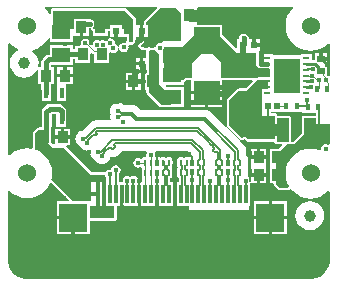
<source format=gtl>
G04*
G04 #@! TF.GenerationSoftware,Altium Limited,Altium Designer,21.6.1 (37)*
G04*
G04 Layer_Physical_Order=1*
G04 Layer_Color=255*
%FSLAX44Y44*%
%MOMM*%
G71*
G04*
G04 #@! TF.SameCoordinates,E8A9E921-0961-4E98-9D42-7A75F99DFC46*
G04*
G04*
G04 #@! TF.FilePolarity,Positive*
G04*
G01*
G75*
%ADD13C,0.2000*%
%ADD14C,0.4000*%
%ADD20R,0.6500X0.5500*%
%ADD21R,0.4500X0.5500*%
%ADD22R,0.9000X1.0000*%
%ADD23C,0.9946*%
%ADD24C,1.0125*%
%ADD25R,2.4000X2.4000*%
%ADD26R,2.4000X2.4000*%
%ADD27R,0.3000X1.6000*%
%ADD28R,1.5000X1.3000*%
%ADD29R,2.0000X2.0000*%
G04:AMPARAMS|DCode=30|XSize=0.2mm|YSize=0.565mm|CornerRadius=0.05mm|HoleSize=0mm|Usage=FLASHONLY|Rotation=180.000|XOffset=0mm|YOffset=0mm|HoleType=Round|Shape=RoundedRectangle|*
%AMROUNDEDRECTD30*
21,1,0.2000,0.4650,0,0,180.0*
21,1,0.1000,0.5650,0,0,180.0*
1,1,0.1000,-0.0500,0.2325*
1,1,0.1000,0.0500,0.2325*
1,1,0.1000,0.0500,-0.2325*
1,1,0.1000,-0.0500,-0.2325*
%
%ADD30ROUNDEDRECTD30*%
G04:AMPARAMS|DCode=31|XSize=0.4mm|YSize=0.565mm|CornerRadius=0.05mm|HoleSize=0mm|Usage=FLASHONLY|Rotation=180.000|XOffset=0mm|YOffset=0mm|HoleType=Round|Shape=RoundedRectangle|*
%AMROUNDEDRECTD31*
21,1,0.4000,0.4650,0,0,180.0*
21,1,0.3000,0.5650,0,0,180.0*
1,1,0.1000,-0.1500,0.2325*
1,1,0.1000,0.1500,0.2325*
1,1,0.1000,0.1500,-0.2325*
1,1,0.1000,-0.1500,-0.2325*
%
%ADD31ROUNDEDRECTD31*%
%ADD32R,0.3600X0.3200*%
%ADD33R,0.6200X0.6200*%
%ADD34R,0.5200X0.5200*%
%ADD35R,2.2000X2.0500*%
%ADD56C,0.1270*%
%ADD57R,0.4000X0.9000*%
%ADD58R,0.5000X0.2500*%
%ADD59R,2.2000X3.0000*%
%ADD60C,1.0000*%
%ADD61C,0.1020*%
%ADD62C,0.3000*%
%ADD63C,0.1000*%
%ADD64C,0.2540*%
%ADD65C,0.3810*%
%ADD66C,0.1040*%
%ADD67C,0.3800*%
%ADD68C,0.5000*%
%ADD69C,1.5240*%
%ADD70C,0.4000*%
%ADD71C,0.5100*%
G36*
X-30098Y105098D02*
Y97902D01*
X-31288Y96713D01*
X-39400D01*
Y100100D01*
X-49600D01*
Y96713D01*
X-63835D01*
X-64361Y97983D01*
X-63609Y98734D01*
X-63000Y100204D01*
Y101796D01*
X-63609Y103266D01*
X-64734Y104391D01*
X-66204Y105000D01*
X-67796D01*
X-68341Y104774D01*
X-71405D01*
X-71790Y104698D01*
X-80500D01*
Y96713D01*
X-98000D01*
Y112000D01*
X-37000D01*
X-30098Y105098D01*
D02*
G37*
G36*
X-10118Y115426D02*
X-9632Y114252D01*
X-20442Y103442D01*
X-20884Y102780D01*
X-21039Y102000D01*
Y100100D01*
X-21500D01*
Y95000D01*
X-24500D01*
Y100100D01*
X-27165D01*
X-27822Y100901D01*
X-28058Y102087D01*
Y105098D01*
X-28214Y105878D01*
X-28656Y106539D01*
X-35558Y113442D01*
X-36220Y113884D01*
X-37000Y114039D01*
X-98000D01*
X-98780Y113884D01*
X-99442Y113442D01*
X-99884Y112780D01*
X-100039Y112000D01*
Y109315D01*
X-101309Y108996D01*
X-102413Y111061D01*
X-104952Y114156D01*
X-104818Y114895D01*
X-104629Y115426D01*
X-10118Y115426D01*
D02*
G37*
G36*
X-72500Y90698D02*
X-67500D01*
Y97003D01*
X-66245Y97202D01*
X-65719Y95932D01*
X-65276Y95271D01*
X-64615Y94829D01*
X-64500Y94806D01*
Y90698D01*
X-51500D01*
Y94673D01*
X-49600D01*
Y89900D01*
X-46000D01*
Y95000D01*
X-43000D01*
Y89900D01*
X-35976D01*
Y87513D01*
X-36078Y87000D01*
X-35849Y85847D01*
X-35953Y85657D01*
X-36657Y84953D01*
X-36847Y84849D01*
X-38000Y85078D01*
X-39561Y84768D01*
X-40884Y83884D01*
X-41768Y82561D01*
X-42014Y81322D01*
X-43309D01*
X-43398Y81767D01*
X-44282Y83090D01*
X-45605Y83975D01*
X-45698Y83993D01*
X-45591Y84535D01*
X-45901Y86096D01*
X-46785Y87419D01*
X-48108Y88303D01*
X-49669Y88613D01*
X-51230Y88303D01*
X-52553Y87419D01*
X-53386Y86172D01*
X-54313Y86791D01*
X-55874Y87102D01*
X-57435Y86791D01*
X-58391Y86152D01*
X-59313Y86768D01*
X-60874Y87078D01*
X-62435Y86768D01*
X-63758Y85884D01*
X-64559Y84685D01*
X-65336Y84400D01*
X-65898Y84270D01*
X-66725Y84833D01*
X-66919Y85807D01*
X-67803Y87130D01*
X-69126Y88015D01*
X-70687Y88325D01*
X-72248Y88015D01*
X-73571Y87130D01*
X-74455Y85807D01*
X-74765Y84247D01*
X-74571Y83270D01*
X-75408Y82000D01*
X-79500D01*
Y79078D01*
X-81500D01*
Y83000D01*
X-100500D01*
Y74787D01*
X-101768D01*
X-103292Y74484D01*
X-104584Y73621D01*
X-106815Y71389D01*
X-107678Y70098D01*
X-107982Y68574D01*
Y64000D01*
X-109514D01*
X-109529Y64004D01*
X-110568Y65242D01*
X-110270Y67500D01*
X-110687Y70665D01*
X-111909Y73615D01*
X-113852Y76148D01*
X-115443Y77368D01*
X-115187Y78773D01*
X-111905Y79768D01*
X-108249Y81723D01*
X-105043Y84353D01*
X-102413Y87559D01*
X-101732Y88833D01*
X-100500Y88524D01*
Y85000D01*
X-81500D01*
Y90046D01*
X-80500Y90698D01*
X-75500D01*
Y97697D01*
X-72500D01*
Y90698D01*
D02*
G37*
G36*
X10000Y110000D02*
Y91000D01*
X5000Y86000D01*
X-5000D01*
X-6873Y84127D01*
X-6901Y84138D01*
X-8492D01*
X-9962Y83529D01*
X-11087Y82404D01*
X-11669Y81000D01*
X-22859D01*
X-23825Y82211D01*
X-23774Y82570D01*
X-23146Y83197D01*
X-23091Y83329D01*
X-21033Y85388D01*
X-20169Y86680D01*
X-19866Y88203D01*
Y89900D01*
X-17900D01*
Y100100D01*
X-19000D01*
Y102000D01*
X-7000Y114000D01*
X6000D01*
X10000Y110000D01*
D02*
G37*
G36*
X-22802Y88630D02*
X-23021Y87528D01*
X-22815Y86490D01*
X-24534Y84771D01*
X-24534Y84771D01*
X-24690Y84537D01*
X-25215Y84012D01*
X-25357Y83800D01*
X-25527Y83611D01*
X-25576Y83472D01*
X-25657Y83350D01*
X-25707Y83101D01*
X-25792Y82861D01*
X-25844Y82503D01*
X-25842Y82470D01*
X-25852Y82440D01*
X-25821Y82074D01*
X-25801Y81708D01*
X-25787Y81679D01*
X-25785Y81647D01*
X-25616Y81321D01*
X-25458Y80990D01*
X-25434Y80969D01*
X-25419Y80940D01*
X-24453Y79728D01*
X-24365Y79654D01*
X-24301Y79558D01*
X-24063Y79399D01*
X-23845Y79215D01*
X-23735Y79180D01*
X-23639Y79116D01*
X-23359Y79060D01*
X-23087Y78974D01*
X-22972Y78983D01*
X-22859Y78961D01*
X-21184D01*
X-20504Y78506D01*
X-18986Y78204D01*
X-18987Y78179D01*
X-19039Y77919D01*
Y72100D01*
X-21500D01*
Y67000D01*
Y61900D01*
X-19039D01*
Y59000D01*
X-20500D01*
Y45000D01*
X-19039D01*
Y43000D01*
X-18884Y42220D01*
X-18442Y41558D01*
X-18442Y41558D01*
X-7442Y30558D01*
X-6780Y30116D01*
X-6500Y30060D01*
Y30000D01*
X-6197D01*
X-6000Y29961D01*
X2000D01*
X2197Y30000D01*
X12500D01*
Y47000D01*
X1299D01*
X1102Y47039D01*
X-2071Y47039D01*
X-2722Y47840D01*
X-2219Y49000D01*
X12500D01*
Y51060D01*
X12780Y51116D01*
X13442Y51558D01*
X14845Y52961D01*
X19000D01*
Y44000D01*
X45000D01*
Y52961D01*
X58000D01*
X58000Y52961D01*
X70418D01*
X70904Y51788D01*
X65155Y46039D01*
X59000D01*
X58220Y45884D01*
X57558Y45442D01*
X49558Y37442D01*
X49116Y36780D01*
X48961Y36000D01*
Y15168D01*
X48961Y15168D01*
X49116Y14387D01*
X49136Y14357D01*
X48150Y13547D01*
X35679Y26018D01*
X34293Y27082D01*
X32679Y27750D01*
X30947Y27978D01*
X-23963D01*
X-26360Y30375D01*
X-27745Y31439D01*
X-29360Y32107D01*
X-31092Y32335D01*
X-38315D01*
X-38915Y32796D01*
X-40529Y33464D01*
X-42261Y33692D01*
X-43000D01*
X-44732Y33464D01*
X-46346Y32796D01*
X-47732Y31732D01*
X-48796Y30346D01*
X-49464Y28732D01*
X-49692Y27000D01*
X-49464Y25268D01*
X-49146Y24500D01*
X-49464Y23732D01*
X-49692Y22000D01*
X-49464Y20268D01*
X-49367Y20034D01*
X-50073Y18978D01*
X-61866D01*
X-63598Y18750D01*
X-65212Y18082D01*
X-66598Y17018D01*
X-72995Y10621D01*
X-73745Y10522D01*
X-75359Y9854D01*
X-76745Y8790D01*
X-77268Y8268D01*
X-78331Y6882D01*
X-79000Y5268D01*
X-79228Y3535D01*
X-79000Y1804D01*
X-78331Y189D01*
X-77268Y-1197D01*
X-75882Y-2260D01*
X-75114Y-2578D01*
X-74796Y-3346D01*
X-73732Y-4732D01*
X-72346Y-5796D01*
X-70732Y-6464D01*
X-69000Y-6692D01*
X-67780Y-6532D01*
X-66787Y-7313D01*
X-66637Y-7577D01*
X-66692Y-8000D01*
X-66464Y-9732D01*
X-65796Y-11346D01*
X-64732Y-12732D01*
X-63346Y-13796D01*
X-62578Y-14114D01*
X-62260Y-14882D01*
X-61197Y-16268D01*
X-59811Y-17331D01*
X-58197Y-18000D01*
X-56465Y-18228D01*
X-54732Y-18000D01*
X-53118Y-17331D01*
X-51732Y-16268D01*
X-51210Y-15745D01*
X-50146Y-14359D01*
X-49478Y-12745D01*
X-49379Y-11995D01*
X-49045Y-11661D01*
X-47709Y-11837D01*
X-45761Y-11581D01*
X-43946Y-10829D01*
X-42387Y-9632D01*
X-42392Y-9627D01*
X-41222Y-8457D01*
X-41217Y-8462D01*
X-41216Y-8462D01*
X-40020Y-6903D01*
X-39933Y-6692D01*
X-19128D01*
X-18449Y-7962D01*
X-18768Y-8439D01*
X-19078Y-10000D01*
X-18925Y-10770D01*
X-19108Y-11146D01*
X-19918Y-11951D01*
X-20500D01*
X-21475Y-12145D01*
X-22302Y-12698D01*
X-22855Y-13525D01*
X-24132Y-13437D01*
X-24439Y-13232D01*
X-26000Y-12922D01*
X-27561Y-13232D01*
X-28884Y-14116D01*
X-29768Y-15439D01*
X-30078Y-17000D01*
X-29768Y-18561D01*
X-28884Y-19884D01*
X-27561Y-20768D01*
X-26000Y-21078D01*
X-24439Y-20768D01*
X-24023Y-20490D01*
X-23566Y-20347D01*
X-22549Y-21032D01*
Y-21417D01*
X-22855Y-21875D01*
X-23049Y-22850D01*
Y-27500D01*
X-22855Y-28475D01*
X-22549Y-28933D01*
Y-33250D01*
X-25134D01*
X-25940Y-32268D01*
X-25922Y-32175D01*
X-26232Y-30614D01*
X-27116Y-29291D01*
X-28439Y-28407D01*
X-30000Y-28097D01*
X-31561Y-28407D01*
X-32500Y-29035D01*
X-33439Y-28407D01*
X-35000Y-28097D01*
X-36561Y-28407D01*
X-37884Y-29291D01*
X-38768Y-30614D01*
X-39078Y-32175D01*
X-39060Y-32268D01*
X-39865Y-33250D01*
X-41941D01*
Y-25719D01*
X-41212Y-24628D01*
X-40902Y-23067D01*
X-41212Y-21507D01*
X-42096Y-20183D01*
X-43419Y-19299D01*
X-44980Y-18989D01*
X-46541Y-19299D01*
X-47864Y-20183D01*
X-48748Y-21507D01*
X-48987Y-22706D01*
X-50000Y-22505D01*
X-51561Y-22815D01*
X-52884Y-23699D01*
X-53753Y-25000D01*
X-53798D01*
X-53995Y-24961D01*
X-65155D01*
X-86846Y-3270D01*
X-86320Y-2000D01*
X-83500D01*
Y3500D01*
X-90000D01*
X-96500D01*
Y-820D01*
X-97770Y-1346D01*
X-99500Y384D01*
Y12000D01*
X-99729D01*
Y13750D01*
X-98710D01*
Y20250D01*
X-95710D01*
Y13750D01*
X-86710D01*
Y26750D01*
X-86728D01*
Y26768D01*
X-87032Y28292D01*
X-87895Y29583D01*
X-90126Y31815D01*
X-91418Y32678D01*
X-92942Y32982D01*
X-101000D01*
X-102524Y32678D01*
X-103815Y31815D01*
X-106430Y29200D01*
X-107294Y27909D01*
X-107524Y26750D01*
X-107710D01*
Y13750D01*
X-108686Y13039D01*
X-110000D01*
X-110000Y13039D01*
X-110780Y12884D01*
X-111442Y12442D01*
X-111442Y12442D01*
X-111884Y12000D01*
X-112500D01*
Y11384D01*
X-114442Y9442D01*
X-114884Y8780D01*
X-115039Y8000D01*
X-115039Y-4060D01*
X-116309Y-4902D01*
X-120000Y-4538D01*
X-124127Y-4945D01*
X-128095Y-6148D01*
X-131751Y-8103D01*
X-134846Y-10642D01*
X-135586Y-10508D01*
X-136116Y-10319D01*
Y83939D01*
X-135586Y84128D01*
X-134846Y84262D01*
X-131751Y81723D01*
X-128095Y79768D01*
X-127861Y79697D01*
X-127799Y78429D01*
X-128615Y78091D01*
X-131148Y76148D01*
X-133091Y73615D01*
X-134313Y70665D01*
X-134730Y67500D01*
X-134313Y64335D01*
X-133091Y61385D01*
X-131148Y58852D01*
X-128615Y56909D01*
X-125665Y55687D01*
X-122500Y55270D01*
X-119335Y55687D01*
X-116385Y56909D01*
X-113852Y58852D01*
X-111909Y61385D01*
X-111770Y61720D01*
X-110500Y61468D01*
Y50000D01*
X-108078D01*
Y46000D01*
X-108078Y46000D01*
X-107788Y44542D01*
Y42250D01*
X-107710Y41856D01*
Y35750D01*
X-99710D01*
Y41856D01*
X-99632Y42250D01*
Y45710D01*
X-99632Y45710D01*
X-99710Y46104D01*
Y48750D01*
X-99710D01*
X-99662Y50000D01*
X-97500D01*
Y64000D01*
X-100019D01*
Y66000D01*
X-81500D01*
Y70922D01*
X-79500D01*
Y68000D01*
X-66500D01*
Y75340D01*
X-65327Y75826D01*
X-65134Y75634D01*
X-64301Y75077D01*
X-63500Y74918D01*
Y68000D01*
X-50500D01*
Y76096D01*
X-49230Y76775D01*
X-48726Y76439D01*
X-47166Y76128D01*
X-45605Y76439D01*
X-44282Y77323D01*
X-43398Y78646D01*
X-43151Y79884D01*
X-41856D01*
X-41768Y79439D01*
X-40884Y78116D01*
X-39561Y77232D01*
X-38000Y76922D01*
X-36439Y77232D01*
X-35116Y78116D01*
X-34232Y79439D01*
X-33922Y81000D01*
X-34151Y82153D01*
X-34047Y82343D01*
X-33343Y83047D01*
X-33153Y83151D01*
X-32000Y82922D01*
X-30439Y83232D01*
X-29116Y84116D01*
X-28232Y85439D01*
X-27922Y87000D01*
X-28024Y87513D01*
Y89900D01*
X-23580D01*
X-22802Y88630D01*
D02*
G37*
G36*
X104948Y115426D02*
X105376Y114230D01*
X105043Y113957D01*
X102413Y110751D01*
X100458Y107094D01*
X99255Y103126D01*
X98848Y99000D01*
X99255Y94874D01*
X100458Y90906D01*
X102413Y87249D01*
X105043Y84043D01*
X108249Y81413D01*
X111905Y79458D01*
X115873Y78255D01*
X120000Y77848D01*
X124127Y78255D01*
X128095Y79458D01*
X131751Y81413D01*
X134846Y83952D01*
X135586Y83818D01*
X136116Y83629D01*
X136116Y56600D01*
X134767D01*
X134288Y57317D01*
X134250Y57355D01*
Y64980D01*
X134250Y65750D01*
X134250D01*
Y66250D01*
X134250D01*
Y69500D01*
X129000D01*
Y71000D01*
X127500D01*
Y75750D01*
X123750D01*
Y70434D01*
X123628Y70334D01*
X121000D01*
Y75250D01*
X112000D01*
Y74000D01*
X88000D01*
Y75250D01*
X79000D01*
Y68500D01*
X83500D01*
Y65500D01*
X78898D01*
X78840Y65058D01*
X78747Y65039D01*
X77610D01*
X76889Y65338D01*
X76338Y65889D01*
X76039Y66610D01*
Y67747D01*
X76058Y67840D01*
Y70600D01*
X76023Y70775D01*
Y72184D01*
X76058Y72359D01*
Y75160D01*
X76039Y75253D01*
Y76000D01*
X76000Y76197D01*
Y77000D01*
X76893Y77900D01*
X77100D01*
Y81500D01*
X72000D01*
Y83000D01*
X70500D01*
Y88100D01*
X67907D01*
X67578Y88500D01*
X67268Y90061D01*
X66384Y91384D01*
X65061Y92268D01*
X63500Y92578D01*
X61939Y92268D01*
X60616Y91384D01*
X59732Y90061D01*
X59422Y88500D01*
X58206Y88100D01*
X57900D01*
Y80643D01*
X56727Y80157D01*
X45000Y91884D01*
Y99750D01*
X23548D01*
X23500Y101000D01*
X23500D01*
Y106500D01*
X17000D01*
Y109500D01*
X23500D01*
Y114156D01*
X24594Y115426D01*
X104948Y115426D01*
D02*
G37*
G36*
X58000Y76000D02*
X74000D01*
Y75204D01*
X74019Y75160D01*
Y72359D01*
X73984Y72275D01*
Y70684D01*
X74019Y70600D01*
Y67840D01*
X74000Y67796D01*
Y66204D01*
X74609Y64734D01*
X75734Y63609D01*
X77204Y63000D01*
X78796D01*
X78840Y63018D01*
X83500D01*
X84730Y63263D01*
X84774Y63269D01*
X85637Y62772D01*
X86000Y62446D01*
Y55894D01*
X84790Y55414D01*
X84730Y55420D01*
X84000Y55565D01*
X76000D01*
X75220Y55410D01*
X74607Y55000D01*
X58000D01*
Y55000D01*
X44000D01*
Y68000D01*
X37000Y75000D01*
X27000D01*
X20000Y68000D01*
Y55000D01*
X14000D01*
X12000Y53000D01*
X-4000D01*
Y78610D01*
X-3696Y79343D01*
Y80934D01*
X-3652Y81000D01*
X11000D01*
X24000Y94000D01*
X40000D01*
X58000Y76000D01*
D02*
G37*
G36*
X-14792Y78274D02*
X-13200D01*
X-12413Y78600D01*
X-11104Y77913D01*
X-11087Y77872D01*
X-9962Y76747D01*
X-9595Y76595D01*
X-8000Y75000D01*
X-8000Y50000D01*
X-3000Y45000D01*
X1102Y45000D01*
X2000Y44102D01*
Y32000D01*
X-6000D01*
X-17000Y43000D01*
Y77919D01*
X-16943Y77993D01*
X-15730Y78663D01*
X-14792Y78274D01*
D02*
G37*
G36*
X65111Y2662D02*
X65746Y2027D01*
X66059Y1558D01*
X66721Y1116D01*
X67501Y961D01*
X89469D01*
X89616Y220D01*
X90058Y-442D01*
X90720Y-884D01*
X91500Y-1039D01*
X95418D01*
X95904Y-2212D01*
X93116Y-5000D01*
X85500D01*
Y-19000D01*
X85500D01*
Y-20000D01*
X85500D01*
Y-34000D01*
X88218D01*
X88961Y-35000D01*
X89116Y-35780D01*
X89558Y-36442D01*
X89558Y-36442D01*
X92558Y-39442D01*
X93220Y-39884D01*
X94000Y-40039D01*
X101106D01*
X101351Y-39990D01*
X101601Y-39978D01*
X101738Y-39913D01*
X101886Y-39884D01*
X102094Y-39745D01*
X102320Y-39638D01*
X102740Y-39448D01*
X103540Y-39473D01*
X103912Y-39578D01*
X105043Y-40957D01*
X108249Y-43587D01*
X111905Y-45542D01*
X115873Y-46745D01*
X120000Y-47152D01*
X124127Y-46745D01*
X128095Y-45542D01*
X131751Y-43587D01*
X134846Y-41048D01*
X135585Y-41182D01*
X136116Y-41371D01*
X136116Y-99310D01*
Y-100897D01*
X135496Y-104011D01*
X134281Y-106944D01*
X132518Y-109583D01*
X130273Y-111828D01*
X127634Y-113591D01*
X124701Y-114806D01*
X121587Y-115426D01*
X120000Y-115426D01*
X-120000Y-115425D01*
X-121587D01*
X-124701Y-114806D01*
X-127634Y-113591D01*
X-130273Y-111827D01*
X-132518Y-109583D01*
X-134281Y-106943D01*
X-135496Y-104010D01*
X-136116Y-100897D01*
Y-99310D01*
Y-41061D01*
X-135586Y-40872D01*
X-134846Y-40738D01*
X-131751Y-43277D01*
X-128095Y-45232D01*
X-124127Y-46435D01*
X-120000Y-46842D01*
X-115873Y-46435D01*
X-111905Y-45232D01*
X-108249Y-43277D01*
X-105043Y-40647D01*
X-102413Y-37441D01*
X-100611Y-34069D01*
X-99263Y-33621D01*
X-84807Y-48077D01*
X-85293Y-49250D01*
X-95000D01*
Y-61750D01*
X-81000D01*
Y-63250D01*
X-79500D01*
Y-77250D01*
X-67000D01*
Y-66039D01*
X-46000D01*
X-45220Y-65884D01*
X-44558Y-65442D01*
X-44116Y-64780D01*
X-43961Y-64000D01*
Y-53310D01*
X-43912Y-53250D01*
X-41499D01*
Y-43250D01*
X-38500D01*
Y-53250D01*
X-26499D01*
Y-43250D01*
X-23500D01*
Y-53250D01*
X-11499D01*
Y-43250D01*
X-8500D01*
Y-53250D01*
X3501D01*
Y-43250D01*
Y-33250D01*
X1330D01*
Y-32398D01*
X1330Y-32398D01*
Y-29884D01*
X1475Y-29855D01*
X2302Y-29302D01*
X2855Y-28475D01*
X3049Y-27500D01*
Y-22850D01*
X2855Y-21875D01*
X2331Y-21000D01*
X2855Y-20125D01*
X3049Y-19150D01*
Y-17513D01*
X3186Y-16825D01*
Y-15650D01*
X3049Y-14962D01*
Y-14500D01*
X2855Y-13525D01*
X2302Y-12698D01*
X1475Y-12145D01*
X500Y-11951D01*
X-500D01*
X-1475Y-12145D01*
X-1520Y-12175D01*
X-2500Y-12610D01*
X-3480Y-12175D01*
X-3525Y-12145D01*
X-4500Y-11951D01*
X-5500D01*
X-6475Y-12145D01*
X-7000Y-12496D01*
X-7525Y-12145D01*
X-8500Y-11951D01*
X-10082D01*
X-11057Y-10681D01*
X-10922Y-10000D01*
X-11232Y-8439D01*
X-11551Y-7962D01*
X-10872Y-6692D01*
X16228D01*
X19587Y-10051D01*
X18822Y-11047D01*
X18520Y-11776D01*
X18500D01*
X17525Y-11970D01*
X17000Y-12321D01*
X16475Y-11970D01*
X15500Y-11776D01*
X14500D01*
X13525Y-11970D01*
X13480Y-12000D01*
X12500Y-12435D01*
X11520Y-12000D01*
X11475Y-11970D01*
X10500Y-11776D01*
X9500D01*
X8525Y-11970D01*
X7698Y-12523D01*
X7145Y-13350D01*
X6951Y-14325D01*
Y-18975D01*
X7145Y-19950D01*
X7698Y-20873D01*
X7145Y-21700D01*
X6951Y-22675D01*
Y-27325D01*
X7145Y-28300D01*
X7698Y-29127D01*
X8525Y-29680D01*
X8670Y-29709D01*
Y-33250D01*
X6499D01*
Y-43250D01*
Y-53250D01*
X17500D01*
Y-57250D01*
X67500D01*
Y-53250D01*
X68500D01*
Y-35529D01*
X68947Y-34360D01*
X69152Y-34227D01*
X69152D01*
X69500Y-34000D01*
X69675Y-34000D01*
X74500D01*
Y-28500D01*
X69500D01*
Y-31721D01*
X69275Y-32309D01*
X68369Y-32935D01*
X68066Y-32830D01*
X67500Y-32283D01*
Y-29250D01*
X67500D01*
X66970Y-27980D01*
X67056Y-27325D01*
Y-22675D01*
X66833Y-20978D01*
X66769Y-20825D01*
X66833Y-20672D01*
X67056Y-18975D01*
Y-14325D01*
X66833Y-12628D01*
X66178Y-11047D01*
X65335Y-9949D01*
Y-6410D01*
X65107Y-4678D01*
X64439Y-3064D01*
X63375Y-1678D01*
X60144Y1553D01*
X60953Y2540D01*
X60984Y2519D01*
X61764Y2364D01*
X62545Y2519D01*
X63610Y2961D01*
X64390D01*
X65111Y2662D01*
D02*
G37*
G36*
X95250Y26250D02*
X103750D01*
Y26250D01*
X104250D01*
Y26250D01*
X112750D01*
X113250Y25250D01*
X121750D01*
Y25250D01*
X122250D01*
Y25250D01*
X124313D01*
Y23039D01*
X114500D01*
X113720Y22884D01*
X113058Y22442D01*
X112616Y21780D01*
X112461Y21000D01*
Y8345D01*
X105155Y1039D01*
X103539D01*
Y21000D01*
X103384Y21780D01*
X102942Y22442D01*
X102280Y22884D01*
X101500Y23039D01*
X92031D01*
X91884Y23780D01*
X91442Y24442D01*
X90780Y24884D01*
X90000Y25039D01*
X86687D01*
Y26400D01*
X95250D01*
Y26250D01*
D02*
G37*
G36*
X84000Y45250D02*
X79000D01*
Y38750D01*
Y23000D01*
X90000D01*
Y16000D01*
X91500D01*
Y21000D01*
X101500D01*
Y1000D01*
X91500D01*
Y6000D01*
X90000D01*
Y3000D01*
X67501D01*
X67391Y3266D01*
X66266Y4391D01*
X64796Y5000D01*
X63204D01*
X61764Y4403D01*
X51000Y15168D01*
Y36000D01*
X59000Y44000D01*
X66000D01*
X75000Y53000D01*
X76000D01*
Y53526D01*
X84000D01*
Y45250D01*
D02*
G37*
G36*
X124500Y16000D02*
X136116D01*
X136116Y-799D01*
X134846Y-1435D01*
X133796Y-1000D01*
X132204D01*
X130734Y-1609D01*
X129609Y-2734D01*
X129000Y-4204D01*
Y-5502D01*
X128444Y-6089D01*
X127872Y-6391D01*
X124127Y-5255D01*
X120000Y-4848D01*
X115873Y-5255D01*
X111905Y-6458D01*
X108249Y-8413D01*
X105043Y-11043D01*
X102413Y-14249D01*
X100458Y-17905D01*
X99255Y-21874D01*
X98848Y-26000D01*
X99255Y-30127D01*
X100458Y-34095D01*
X101867Y-36730D01*
X101106Y-38000D01*
X94000D01*
X91000Y-35000D01*
X91000Y-10000D01*
X99961Y-1039D01*
X101500D01*
X101697Y-1000D01*
X106000D01*
X114500Y7500D01*
Y21000D01*
X124500D01*
Y16000D01*
D02*
G37*
G36*
X-102000Y0D02*
X-98000Y-4000D01*
X-89000D01*
X-66000Y-27000D01*
X-53995D01*
X-53768Y-28144D01*
X-53059Y-29205D01*
Y-33229D01*
X-66000D01*
X-66000Y-48598D01*
X-67000Y-49250D01*
X-80750D01*
X-99471Y-30529D01*
X-99255Y-29817D01*
X-98848Y-25690D01*
X-99255Y-21563D01*
X-100458Y-17595D01*
X-102413Y-13939D01*
X-105043Y-10733D01*
X-108249Y-8103D01*
X-111905Y-6148D01*
X-113000Y-5816D01*
X-113000Y8000D01*
X-110000Y11000D01*
X-102000D01*
Y0D01*
D02*
G37*
G36*
X-46000Y-64000D02*
X-67000D01*
Y-53310D01*
X-46000D01*
Y-64000D01*
D02*
G37*
%LPC*%
G36*
X-24500Y72100D02*
X-28100D01*
Y68500D01*
X-24500D01*
Y72100D01*
D02*
G37*
G36*
Y65500D02*
X-28100D01*
Y61900D01*
X-24500D01*
Y65500D01*
D02*
G37*
G36*
X-81500Y64000D02*
X-86500D01*
Y58500D01*
X-81500D01*
Y64000D01*
D02*
G37*
G36*
X-89500D02*
X-94500D01*
Y58500D01*
X-89500D01*
Y64000D01*
D02*
G37*
G36*
X-23500Y59000D02*
X-28500D01*
Y53500D01*
X-23500D01*
Y59000D01*
D02*
G37*
G36*
X-31500D02*
X-36500D01*
Y53500D01*
X-31500D01*
Y59000D01*
D02*
G37*
G36*
X-23500Y50500D02*
X-28500D01*
Y45000D01*
X-23500D01*
Y50500D01*
D02*
G37*
G36*
X-31500D02*
X-36500D01*
Y45000D01*
X-31500D01*
Y50500D01*
D02*
G37*
G36*
X-81500Y55500D02*
X-88000D01*
X-94500D01*
Y50020D01*
X-94500Y50000D01*
X-94548Y48750D01*
X-94710D01*
Y35750D01*
X-86710D01*
Y48730D01*
X-86710Y48750D01*
X-86662Y50000D01*
X-81500D01*
Y55500D01*
D02*
G37*
G36*
X45000Y41000D02*
X33500D01*
Y30250D01*
X45000D01*
Y41000D01*
D02*
G37*
G36*
X30500D02*
X19000D01*
Y30250D01*
X30500D01*
Y41000D01*
D02*
G37*
G36*
X-83500Y12000D02*
X-88500D01*
Y6500D01*
X-83500D01*
Y12000D01*
D02*
G37*
G36*
X-91500D02*
X-96500D01*
Y6500D01*
X-91500D01*
Y12000D01*
D02*
G37*
G36*
X77100Y88100D02*
X73500D01*
Y84500D01*
X77100D01*
Y88100D01*
D02*
G37*
G36*
X134250Y75750D02*
X130500D01*
Y72500D01*
X134250D01*
Y75750D01*
D02*
G37*
G36*
X82500Y-5000D02*
X77500D01*
Y-10500D01*
X82500D01*
Y-5000D01*
D02*
G37*
G36*
X74500D02*
X69500D01*
Y-10500D01*
X74500D01*
Y-5000D01*
D02*
G37*
G36*
X82500Y-13500D02*
X76000D01*
X69500D01*
Y-18730D01*
X69500Y-19000D01*
Y-20000D01*
X69500Y-20270D01*
Y-25500D01*
X76000D01*
X82500D01*
Y-20270D01*
X82500Y-20000D01*
Y-19000D01*
X82500Y-18730D01*
Y-13500D01*
D02*
G37*
G36*
Y-28500D02*
X77500D01*
Y-34000D01*
X82500D01*
Y-28500D01*
D02*
G37*
G36*
X100000Y-49250D02*
X87500D01*
Y-61750D01*
X100000D01*
Y-49250D01*
D02*
G37*
G36*
X84500D02*
X72000D01*
Y-61750D01*
X84500D01*
Y-49250D01*
D02*
G37*
G36*
X119400Y-49370D02*
X116235Y-49787D01*
X113285Y-51009D01*
X110752Y-52952D01*
X108809Y-55485D01*
X107587Y-58435D01*
X107170Y-61600D01*
X107587Y-64765D01*
X108809Y-67715D01*
X110752Y-70248D01*
X113285Y-72191D01*
X116235Y-73413D01*
X119400Y-73830D01*
X122565Y-73413D01*
X125515Y-72191D01*
X128048Y-70248D01*
X129991Y-67715D01*
X131213Y-64765D01*
X131630Y-61600D01*
X131213Y-58435D01*
X129991Y-55485D01*
X128048Y-52952D01*
X125515Y-51009D01*
X122565Y-49787D01*
X119400Y-49370D01*
D02*
G37*
G36*
X100000Y-64750D02*
X87500D01*
Y-77250D01*
X100000D01*
Y-64750D01*
D02*
G37*
G36*
X84500D02*
X72000D01*
Y-77250D01*
X84500D01*
Y-64750D01*
D02*
G37*
G36*
X-82500Y-64750D02*
X-95000D01*
Y-77250D01*
X-82500D01*
Y-64750D01*
D02*
G37*
%LPD*%
D13*
X50000Y-16650D02*
Y-11000D01*
X19649Y-16299D02*
X20000Y-16650D01*
X17160Y-9737D02*
X19649Y-12226D01*
Y-16299D02*
Y-12226D01*
X50000Y-43250D02*
Y-31825D01*
X50000Y-43250D02*
X50000Y-43250D01*
X20000Y-43250D02*
Y-31825D01*
X-10000Y-43250D02*
Y-32000D01*
Y-43250D02*
X-10000Y-43250D01*
X-60000Y-43906D02*
Y-43250D01*
X-50000D02*
Y-26583D01*
X-50000Y-26583D02*
X-50000Y-26583D01*
X-45000Y-23087D02*
X-44980Y-23067D01*
X-45000Y-43250D02*
Y-23087D01*
X-40000Y-54000D02*
Y-43250D01*
X-40000Y-54000D02*
X-40000Y-54000D01*
Y-43250D02*
X-40000Y-43250D01*
X-35000D02*
Y-32175D01*
X-30000Y-43250D02*
Y-32175D01*
X-25000Y-43250D02*
Y-32175D01*
X65000Y-43250D02*
Y-32175D01*
X35000Y-43250D02*
Y-32175D01*
X5000Y-43250D02*
Y-32175D01*
X50000Y-31825D02*
Y-25000D01*
X20000Y-31825D02*
Y-25000D01*
X-10000Y-32000D02*
Y-25175D01*
Y-16825D02*
Y-10000D01*
D14*
X-104000Y46000D02*
X-103710Y45710D01*
Y42250D02*
Y45710D01*
X-104000Y46000D02*
Y57000D01*
X-91000Y74500D02*
X-90500Y75000D01*
X-73000D01*
D20*
X129000Y61000D02*
D03*
Y71000D02*
D03*
D21*
X125322Y45533D02*
D03*
X134322D02*
D03*
X99500Y31000D02*
D03*
X108500D02*
D03*
X126500Y30000D02*
D03*
X117500D02*
D03*
D22*
X-57000Y75000D02*
D03*
X-73000D02*
D03*
X-88000Y57000D02*
D03*
X-104000D02*
D03*
X-90000Y5000D02*
D03*
X-106000D02*
D03*
X76000Y-27000D02*
D03*
X92000D02*
D03*
X-30000Y52000D02*
D03*
X-14000D02*
D03*
X76000Y-12000D02*
D03*
X92000D02*
D03*
X17000Y108000D02*
D03*
X1000D02*
D03*
X-74000Y97698D02*
D03*
X-58000D02*
D03*
D23*
X121125Y11625D02*
D03*
D24*
X95875Y10375D02*
D03*
D25*
X86000Y-63250D02*
D03*
D26*
X-81000D02*
D03*
D27*
X65000Y-43250D02*
D03*
X60000D02*
D03*
X55000D02*
D03*
X50000D02*
D03*
X45000D02*
D03*
X40000D02*
D03*
X35000D02*
D03*
X30000D02*
D03*
X25000D02*
D03*
X20000D02*
D03*
X15000D02*
D03*
X10000D02*
D03*
X5000D02*
D03*
X0D02*
D03*
X-5000D02*
D03*
X-10000D02*
D03*
X-15000D02*
D03*
X-20000D02*
D03*
X-25000D02*
D03*
X-30000D02*
D03*
X-35000D02*
D03*
X-40000D02*
D03*
X-45000D02*
D03*
X-50000D02*
D03*
X-55000D02*
D03*
X-60000D02*
D03*
D28*
X-91000Y74500D02*
D03*
Y93500D02*
D03*
X3000Y57500D02*
D03*
Y38500D02*
D03*
Y73500D02*
D03*
Y92500D02*
D03*
D29*
X64000Y25000D02*
D03*
Y65000D02*
D03*
D30*
X0Y-25175D02*
D03*
X-5000D02*
D03*
X-15000D02*
D03*
X-20000D02*
D03*
Y-16825D02*
D03*
X-15000D02*
D03*
X-5000D02*
D03*
X0D02*
D03*
X30000Y-25000D02*
D03*
X25000D02*
D03*
X15000D02*
D03*
X10000D02*
D03*
Y-16650D02*
D03*
X15000D02*
D03*
X25000D02*
D03*
X30000D02*
D03*
X60000Y-25000D02*
D03*
X55000D02*
D03*
X45000D02*
D03*
X40000D02*
D03*
Y-16650D02*
D03*
X45000D02*
D03*
X55000D02*
D03*
X60000D02*
D03*
D31*
X-10000Y-25175D02*
D03*
Y-16825D02*
D03*
X20000Y-25000D02*
D03*
Y-16650D02*
D03*
X50000Y-25000D02*
D03*
Y-16650D02*
D03*
D32*
X127200Y53000D02*
D03*
X132800D02*
D03*
D33*
X-23000Y67000D02*
D03*
X-14000D02*
D03*
X-23000Y95000D02*
D03*
X-14000D02*
D03*
X-44500Y95000D02*
D03*
X-35500D02*
D03*
X72000Y83000D02*
D03*
X63000D02*
D03*
D34*
X84000Y31000D02*
D03*
X92000D02*
D03*
D35*
X32000Y42500D02*
D03*
Y87500D02*
D03*
D56*
X-45442Y0D02*
X-46340Y-2168D01*
X-45954Y-3725D02*
X-45954Y-2555D01*
X-48294Y-4895D02*
X-47124D01*
X-49121Y-4069D02*
X-50917D01*
X127000Y14000D02*
Y30000D01*
X84000Y19000D02*
X84000Y19000D01*
X84000Y19000D02*
Y31000D01*
X-45442Y0D02*
X-43854D01*
X-46340Y-2168D02*
X-45954Y-2555D01*
X-47124Y-4895D02*
X-45954Y-3725D01*
X-49121Y-4069D02*
X-48294Y-4895D01*
X-49121Y-4069D02*
X-49121Y-4069D01*
X-53706Y-6858D02*
X-50917Y-4069D01*
X-43854Y0D02*
X19000D01*
X-55942Y-9094D02*
X-53706Y-6858D01*
X32000Y2000D02*
X35706Y-1706D01*
X41357Y-10037D02*
Y-8465D01*
X40613Y-7721D02*
X41357Y-8465D01*
X39561Y-7721D02*
X40613D01*
X39542Y-7740D02*
X39561Y-7721D01*
X38750Y-7740D02*
X39542D01*
X37562Y-6552D02*
X38750Y-7740D01*
X37562Y-6552D02*
Y-5760D01*
X38135Y-5187D01*
Y-4135D01*
X36155Y-2155D02*
X38135Y-4135D01*
X35706Y-1706D02*
X36155Y-2155D01*
X41357Y-13716D02*
Y-10037D01*
X24000Y10000D02*
X32000Y2000D01*
Y2000D02*
Y2000D01*
X-60919Y10000D02*
X-60553D01*
X-61273Y9646D02*
X-60919Y10000D01*
X-61273Y8594D02*
Y9646D01*
Y8594D02*
X-60934Y8255D01*
Y7265D02*
Y8255D01*
X-61924Y6275D02*
X-60934Y7265D01*
X-62914Y6275D02*
X-61924D01*
X-63253Y6614D02*
X-62914Y6275D01*
X-64305Y6614D02*
X-63253D01*
X-66734Y4185D02*
X-64305Y6614D01*
X-60553Y10000D02*
X24000D01*
X-68478Y2441D02*
X-66734Y4185D01*
X56357Y-13716D02*
Y-7357D01*
X55613Y-18840D02*
X56357Y-19584D01*
X55613Y-14460D02*
X56357Y-13716D01*
Y-22066D02*
Y-19584D01*
X55613Y-22810D02*
X56357Y-22066D01*
X55365Y-22810D02*
X55613D01*
X55365Y-14460D02*
X55613D01*
X55000Y-16650D02*
Y-14825D01*
X55365Y-14460D01*
X55000Y-18475D02*
X55365Y-18840D01*
X55613D01*
X55000Y-18475D02*
Y-16650D01*
X55613Y-27190D02*
X56357Y-27934D01*
Y-31848D02*
Y-27934D01*
X55365Y-27190D02*
X55613D01*
X56357Y-31848D02*
X56357Y-31848D01*
X56357Y-35393D02*
Y-31848D01*
X55000Y-36750D02*
X56357Y-35393D01*
X55000Y-25000D02*
Y-23175D01*
Y-26825D02*
Y-25000D01*
Y-23175D02*
X55365Y-22810D01*
X55000Y-26825D02*
X55365Y-27190D01*
X55000Y-43250D02*
Y-36750D01*
X-40904Y23357D02*
X-32039D01*
X-27682Y19000D02*
X30000D01*
X56357Y-7357D01*
X-32039Y23357D02*
X-27682Y19000D01*
X-42261Y22000D02*
X-40904Y23357D01*
X-43000Y22000D02*
X-42261D01*
X59635Y-14460D02*
X60000Y-14825D01*
Y-16650D02*
Y-14825D01*
Y-18475D02*
Y-16650D01*
X59635Y-18840D02*
X60000Y-18475D01*
X59387Y-18840D02*
X59635D01*
X58643Y-13716D02*
X59387Y-14460D01*
X59635D01*
X58643Y-13716D02*
Y-6410D01*
Y-22066D02*
Y-19584D01*
Y-22066D02*
X59387Y-22810D01*
X58643Y-19584D02*
X59387Y-18840D01*
X59635Y-22810D02*
X60000Y-23175D01*
Y-25000D02*
Y-23175D01*
Y-26825D02*
Y-25000D01*
X60000Y-43250D02*
Y-36750D01*
X59635Y-27190D02*
X60000Y-26825D01*
X59387Y-22810D02*
X59635D01*
X59387Y-27190D02*
X59635D01*
X58643Y-27934D02*
X59387Y-27190D01*
X58643Y-32795D02*
Y-27934D01*
X58643Y-35393D02*
X60000Y-36750D01*
X58643Y-32795D02*
X58643Y-32795D01*
X-43000Y27000D02*
X-42261D01*
X-31092Y25643D02*
X-26735Y21286D01*
X30947D01*
X-40904Y25643D02*
X-31092D01*
X58643Y-35393D02*
Y-32795D01*
X30947Y21286D02*
X58643Y-6410D01*
X-42261Y27000D02*
X-40904Y25643D01*
X121618Y62157D02*
X121775Y62314D01*
X116657Y62157D02*
X121618D01*
X116500Y62000D02*
X116657Y62157D01*
X127000Y12000D02*
Y14000D01*
X117000Y30000D02*
X117000Y30000D01*
X116000Y31000D02*
X117000Y30000D01*
Y36000D01*
X64000Y28000D02*
X70000Y34000D01*
X127000Y14000D02*
X127000Y14000D01*
X108500Y31000D02*
X116000D01*
X40613Y-18840D02*
X41357Y-19584D01*
X40613Y-14460D02*
X41357Y-13716D01*
Y-22066D02*
Y-19584D01*
X40365Y-22810D02*
X40613D01*
X40365Y-14460D02*
X40613D01*
X40000Y-16650D02*
Y-14825D01*
X40365Y-14460D01*
Y-18840D02*
X40613D01*
X40000Y-18475D02*
X40365Y-18840D01*
X40613Y-27190D02*
X41357Y-27934D01*
Y-31848D02*
Y-27934D01*
X40613Y-22810D02*
X41357Y-22066D01*
X41357Y-35393D02*
Y-31848D01*
X41357Y-31848D01*
X40000Y-26825D02*
Y-25000D01*
Y-23175D01*
X40365Y-27190D02*
X40613D01*
X40000Y-26825D02*
X40365Y-27190D01*
X-68478Y522D02*
Y2441D01*
X-69000Y0D02*
X-68478Y522D01*
X40000Y-36750D02*
X41357Y-35393D01*
X40000Y-18475D02*
Y-16650D01*
Y-23175D02*
X40365Y-22810D01*
X40000Y-43250D02*
Y-36750D01*
X44635Y-14460D02*
X45000Y-14825D01*
Y-16650D02*
Y-14825D01*
Y-18475D02*
Y-16650D01*
X44635Y-18840D02*
X45000Y-18475D01*
X44387Y-18840D02*
X44635D01*
X44387Y-14460D02*
X44635D01*
X43643Y-22066D02*
X44387Y-22810D01*
X43643Y-22066D02*
Y-19584D01*
X44635Y-22810D02*
X45000Y-23175D01*
Y-25000D02*
Y-23175D01*
Y-26825D02*
Y-25000D01*
X44635Y-27190D02*
X45000Y-26825D01*
X44387Y-27190D02*
X44635D01*
X44387Y-22810D02*
X44635D01*
X45000Y-43250D02*
Y-36750D01*
X43643Y-32795D02*
Y-27934D01*
X-70094Y4058D02*
X-61866Y12286D01*
X24947D02*
X43643Y-6410D01*
X-61866Y12286D02*
X24947D01*
X-72013Y4058D02*
X-70094D01*
X-72536Y3535D02*
X-72013Y4058D01*
X43643Y-27934D02*
X44387Y-27190D01*
X43643Y-19584D02*
X44387Y-18840D01*
X43643Y-35393D02*
X45000Y-36750D01*
X43643Y-13716D02*
X44387Y-14460D01*
X43643Y-13716D02*
Y-6410D01*
X43643Y-35393D02*
Y-32795D01*
X43643Y-32795D01*
X-47795Y2286D02*
X19947D01*
X29635Y-14460D02*
X30000Y-14825D01*
Y-16650D02*
Y-14825D01*
Y-18475D02*
Y-16650D01*
X29635Y-18840D02*
X30000Y-18475D01*
X29387Y-14460D02*
X29635D01*
X29387Y-18840D02*
X29635D01*
X28643Y-13716D02*
X29387Y-14460D01*
X28643Y-22066D02*
X29387Y-22810D01*
X28643Y-22066D02*
Y-19584D01*
X29635Y-22810D02*
X30000Y-23175D01*
Y-25000D02*
Y-23175D01*
Y-26825D02*
Y-25000D01*
X29635Y-27190D02*
X30000Y-26825D01*
X29387Y-22810D02*
X29635D01*
X29387Y-27190D02*
X29635D01*
X28643Y-27934D02*
X29387Y-27190D01*
X30000Y-43250D02*
Y-36750D01*
X28643Y-32795D02*
Y-27934D01*
X19947Y2286D02*
X28643Y-6410D01*
Y-13716D02*
Y-6410D01*
Y-19584D02*
X29387Y-18840D01*
X28643Y-32795D02*
X28643Y-32795D01*
X28643Y-35393D02*
X30000Y-36750D01*
X28643Y-35393D02*
Y-32795D01*
X26357Y-13716D02*
Y-7357D01*
X25613Y-18840D02*
X26357Y-19584D01*
X25613Y-14460D02*
X26357Y-13716D01*
Y-22066D02*
Y-19584D01*
X25365Y-22810D02*
X25613D01*
X25365Y-14460D02*
X25613D01*
X25000Y-18475D02*
Y-16650D01*
Y-14825D02*
X25365Y-14460D01*
Y-18840D02*
X25613D01*
X25000Y-18475D02*
X25365Y-18840D01*
X25613Y-27190D02*
X26357Y-27934D01*
Y-31848D02*
Y-27934D01*
X25613Y-22810D02*
X26357Y-22066D01*
X26357Y-35393D02*
Y-31848D01*
X26357Y-31848D01*
X25000Y-25000D02*
Y-23175D01*
Y-26825D02*
Y-25000D01*
Y-23175D02*
X25365Y-22810D01*
Y-27190D02*
X25613D01*
X25000Y-26825D02*
X25365Y-27190D01*
X19000Y0D02*
X26357Y-7357D01*
X25000Y-16650D02*
Y-14825D01*
X25000Y-36750D02*
X26357Y-35393D01*
X25000Y-43250D02*
Y-36750D01*
X-55942Y-11013D02*
Y-9094D01*
X-56465Y-11536D02*
X-55942Y-11013D01*
X-59478Y-7478D02*
X-57559D01*
X-47795Y2286D01*
X-60000Y-8000D02*
X-59478Y-7478D01*
X14635Y-22810D02*
X15000Y-23175D01*
X14635Y-18840D02*
X15000Y-18475D01*
Y-25000D02*
Y-23175D01*
Y-18475D02*
Y-16650D01*
X14387Y-22810D02*
X14635D01*
X15000Y-26825D02*
Y-25000D01*
X14635Y-27190D02*
X15000Y-26825D01*
Y-43250D02*
Y-36750D01*
X14387Y-27190D02*
X14635D01*
X14387Y-18840D02*
X14635D01*
X13643Y-22066D02*
X14387Y-22810D01*
X13643Y-19584D02*
X14387Y-18840D01*
X13643Y-22066D02*
Y-19584D01*
Y-35393D02*
X15000Y-36750D01*
X13643Y-27934D02*
X14387Y-27190D01*
X13643Y-35393D02*
Y-27934D01*
X11357Y-22066D02*
Y-19584D01*
X10613Y-18840D02*
X11357Y-19584D01*
X10613Y-22810D02*
X11357Y-22066D01*
X10365Y-18840D02*
X10613D01*
X10365Y-22810D02*
X10613D01*
Y-27190D02*
X11357Y-27934D01*
X10365Y-27190D02*
X10613D01*
X11357Y-35393D02*
Y-27934D01*
X10000Y-43250D02*
Y-36750D01*
X10000Y-18475D02*
X10365Y-18840D01*
X10000Y-23175D02*
X10365Y-22810D01*
X10000Y-18475D02*
Y-16650D01*
Y-25000D02*
Y-23175D01*
X10000Y-36750D02*
X11357Y-35393D01*
X10000Y-26825D02*
Y-25000D01*
Y-26825D02*
X10365Y-27190D01*
X499Y-16825D02*
Y-15650D01*
X-365Y-19015D02*
X0Y-18650D01*
X-365Y-22985D02*
X0Y-23350D01*
Y-18650D02*
Y-16825D01*
X-613Y-19015D02*
X-365D01*
X-613Y-22985D02*
X-365D01*
X0Y-27000D02*
Y-25175D01*
X-365Y-27365D02*
X0Y-27000D01*
X0Y-43250D02*
Y-36750D01*
X0Y-25175D02*
Y-23350D01*
X-613Y-27365D02*
X-365D01*
X-1357Y-28109D02*
X-613Y-27365D01*
X-1357Y-22241D02*
Y-19759D01*
X-613Y-19015D01*
X-1357Y-22241D02*
X-613Y-22985D01*
X-1357Y-35393D02*
Y-32398D01*
Y-35393D02*
X0Y-36750D01*
X-1357Y-32398D02*
Y-28109D01*
Y-32398D02*
X-1357Y-32398D01*
X-3643Y-22241D02*
Y-19759D01*
X-4387Y-19015D02*
X-3643Y-19759D01*
X-4387Y-22985D02*
X-3643Y-22241D01*
X-4501Y-16825D02*
Y-15650D01*
X-4635Y-19015D02*
X-4387D01*
X-4635Y-22985D02*
X-4387D01*
X-3643Y-33345D02*
X-3643Y-33345D01*
X-3643Y-33345D02*
Y-28109D01*
X-3643Y-35393D02*
Y-33345D01*
X-4635Y-27365D02*
X-4387D01*
X-3643Y-28109D01*
X-5000Y-18650D02*
X-4635Y-19015D01*
X-5000Y-23350D02*
X-4635Y-22985D01*
X-5000Y-25175D02*
Y-23350D01*
Y-18650D02*
Y-16825D01*
Y-27000D02*
Y-25175D01*
X-5000Y-36750D02*
X-3643Y-35393D01*
X-5000Y-27000D02*
X-4635Y-27365D01*
X-5000Y-43250D02*
Y-36750D01*
D57*
X-97210Y20250D02*
D03*
X-103710D02*
D03*
Y42250D02*
D03*
X-90710Y20250D02*
D03*
Y42250D02*
D03*
D58*
X116500Y72000D02*
D03*
Y67000D02*
D03*
Y62000D02*
D03*
Y57000D02*
D03*
Y52000D02*
D03*
Y47000D02*
D03*
Y42000D02*
D03*
X83500Y72000D02*
D03*
Y67000D02*
D03*
Y62000D02*
D03*
Y57000D02*
D03*
Y52000D02*
D03*
Y47000D02*
D03*
Y42000D02*
D03*
D59*
X100000Y57000D02*
D03*
D60*
X119400Y-61600D02*
D03*
X-122500Y67500D02*
D03*
D61*
X63750Y1250D02*
X64000Y1000D01*
X41410Y21139D02*
X61298Y1250D01*
X41410Y21139D02*
Y24279D01*
X61298Y1250D02*
X63750D01*
D62*
X-60000Y-43250D02*
X-60000D01*
X-72250D02*
X-60000D01*
X-55000Y-55500D02*
Y-43250D01*
X-60000Y-55500D02*
Y-43250D01*
Y-31000D01*
X-55000Y-43250D02*
Y-31000D01*
D63*
X121636Y57000D02*
X121636Y57000D01*
X116500Y57000D02*
X116500Y57000D01*
X121636D01*
X63500Y88500D02*
X64000Y89000D01*
X128750Y60664D02*
X130664Y58750D01*
X124728Y54272D02*
X124900Y54100D01*
X124728Y54272D02*
X124728D01*
X122000Y57000D02*
X124728Y54272D01*
X124900Y54100D02*
X126100D01*
X127200Y53000D01*
X126500Y46000D02*
X127200Y46700D01*
Y53000D01*
X134100Y51700D02*
X134750Y51050D01*
X133000Y53000D02*
X134100Y51900D01*
X134750Y46250D02*
X135000Y46000D01*
X134750Y46250D02*
Y51050D01*
X134100Y51700D02*
Y51900D01*
X132800Y53000D02*
X133000D01*
X130664Y57336D02*
Y58750D01*
Y57336D02*
X132486Y55514D01*
Y53314D02*
Y55514D01*
Y53314D02*
X132800Y53000D01*
X91900Y31000D02*
X99500D01*
X-20000Y-25175D02*
Y-16825D01*
X-25825D02*
X-20000D01*
X-26000Y-17000D02*
X-25825Y-16825D01*
X-20000Y-43250D02*
Y-25175D01*
Y-43250D02*
X-20000Y-43250D01*
D64*
X116500Y52000D02*
X116509Y51991D01*
X121627D01*
X121636Y52000D01*
X123628Y67000D02*
X127020Y63608D01*
Y62480D02*
X128500Y61000D01*
X127020Y62480D02*
Y63608D01*
X116500Y67000D02*
X123628D01*
X128500Y61000D02*
X129000D01*
X116500Y47000D02*
X120000D01*
X120000Y47000D01*
X-35500Y95000D02*
X-32000Y98500D01*
X-36721Y96221D02*
X-35500Y95000D01*
X-37000Y101000D02*
X-36721Y100721D01*
Y96221D02*
Y100721D01*
X129000Y71000D02*
X129500D01*
X130980Y69020D02*
Y69520D01*
X133678Y66322D02*
X133793D01*
X129500Y71000D02*
X130980Y69520D01*
Y69020D02*
X133678Y66322D01*
X-55000Y-43250D02*
X-55000D01*
X-97000Y5000D02*
X-90000D01*
X-97105Y13105D02*
Y20145D01*
Y13105D02*
X-97000Y13000D01*
X-97210Y20250D02*
X-97105Y20145D01*
D65*
X-67051Y101000D02*
X-67000D01*
X-71733Y99965D02*
Y100464D01*
X-71405Y100793D01*
X-67259D02*
X-67051Y101000D01*
X-71405Y100793D02*
X-67259D01*
X-74000Y97698D02*
X-71733Y99965D01*
X-30000Y52000D02*
X-22000D01*
X-30000Y52000D02*
X-30000Y52000D01*
X26000Y38095D02*
Y40000D01*
X17000Y35000D02*
X22905D01*
X26000Y38095D01*
X-104000Y68574D02*
X-101768Y70806D01*
X-94694D01*
X-91000Y74500D01*
X-104000Y57000D02*
Y68574D01*
X-26537Y85463D02*
Y85514D01*
X-23848Y88203D01*
Y94152D02*
X-23000Y95000D01*
X-23848Y88203D02*
Y94152D01*
X-42656Y87657D02*
X-42619Y87621D01*
X-44534Y89012D02*
X-43179Y87657D01*
X-42656D01*
X63464Y83464D02*
Y88464D01*
X63000Y83000D02*
X63464Y83464D01*
Y88464D02*
X63500Y88500D01*
X-103615Y26385D02*
X-101000Y29000D01*
X-103710Y20250D02*
X-103615Y20345D01*
Y26385D01*
X-90710Y20250D02*
Y26768D01*
X-92942Y29000D02*
X-90710Y26768D01*
X-101000Y29000D02*
X-92942D01*
X-106000Y5000D02*
X-103710Y7290D01*
Y20250D01*
X18000Y105000D02*
X26000D01*
X18000Y105000D02*
X18000Y105000D01*
Y111000D02*
X26000D01*
X18000Y111000D02*
X18000Y111000D01*
X77984Y71480D02*
X78000Y71496D01*
Y76000D01*
Y67000D02*
Y71463D01*
Y67000D02*
X78000Y67000D01*
X77984Y71480D02*
X78000Y71463D01*
Y76000D02*
X78000Y76000D01*
X78000Y67000D02*
X83500D01*
X83500Y67000D01*
X40000Y48095D02*
X41095Y47000D01*
X46000D01*
X40000Y48095D02*
Y50000D01*
Y42095D02*
Y44000D01*
X41095Y41000D02*
X46000D01*
X40000Y42095D02*
X41095Y41000D01*
X40000Y36095D02*
Y37000D01*
X41095Y35000D02*
X46000D01*
X40000Y36095D02*
X41095Y35000D01*
X-23000Y67000D02*
X-21805Y65805D01*
Y61856D02*
X-21000Y61051D01*
X-21805Y61856D02*
Y65805D01*
X-21000Y61000D02*
Y61051D01*
X-30000Y52000D02*
X-28905Y53095D01*
Y59044D02*
X-27000Y60949D01*
Y61000D01*
X-28905Y53095D02*
Y59044D01*
D66*
X-70114Y84247D02*
X-63318Y77451D01*
X-70687Y84247D02*
X-70114D01*
X-63318Y77451D02*
X-59451D01*
X-57000Y75000D01*
X-15000Y-43250D02*
Y-16825D01*
X-15000Y-16825D02*
Y-10000D01*
Y-16825D02*
X-15000Y-16825D01*
D67*
X-32000Y87000D02*
Y98500D01*
Y100660D01*
X-31939Y100862D02*
X-31901Y100901D01*
X-31939Y100721D02*
Y100862D01*
X-32000Y100660D02*
X-31939Y100721D01*
D68*
X63000Y65000D02*
Y83000D01*
Y65000D02*
X64000D01*
D69*
X120000Y-25690D02*
D03*
X-120000D02*
D03*
X120000Y99310D02*
D03*
X-120000D02*
D03*
D70*
X97000Y-20000D02*
D03*
X109451Y9200D02*
D03*
Y-110800D02*
D03*
X-40549Y-10800D02*
D03*
X-100549Y-50800D02*
D03*
X-110549Y-70800D02*
D03*
X-100549Y-90800D02*
D03*
X-130549Y49201D02*
D03*
X-120549Y29200D02*
D03*
X-130549Y9200D02*
D03*
X-120549Y-50800D02*
D03*
X-130549Y-70800D02*
D03*
X-120549Y-90800D02*
D03*
X98491Y112630D02*
D03*
X134000Y-46000D02*
D03*
X133000Y-5000D02*
D03*
X117000Y-3000D02*
D03*
X111000Y-4000D02*
D03*
X105000Y-5000D02*
D03*
X121636Y52000D02*
D03*
Y57000D02*
D03*
X50000Y-11000D02*
D03*
X17160Y-9737D02*
D03*
X-109055Y76225D02*
D03*
X-97000Y-63000D02*
D03*
X-81000Y-79000D02*
D03*
X-89000Y-47000D02*
D03*
X71000Y-40000D02*
D03*
X69000Y-60000D02*
D03*
Y-24000D02*
D03*
Y-9000D02*
D03*
X64000Y1000D02*
D03*
X41410Y24279D02*
D03*
X-13000Y31000D02*
D03*
X-7696Y80138D02*
D03*
X-67000Y101000D02*
D03*
X-70687Y84247D02*
D03*
X-65721Y84833D02*
D03*
X-88000Y84000D02*
D03*
X-78000Y57000D02*
D03*
Y29000D02*
D03*
X-79000Y-4000D02*
D03*
X-74000Y12000D02*
D03*
X-48166Y-13676D02*
D03*
X-67536Y-8015D02*
D03*
X-39000Y18000D02*
D03*
X-44000Y35000D02*
D03*
X120000Y47000D02*
D03*
X-53505Y87742D02*
D03*
X-49669Y84535D02*
D03*
X-47166Y80207D02*
D03*
X-43000Y22000D02*
D03*
Y27000D02*
D03*
X-22000Y52000D02*
D03*
X-21370Y74377D02*
D03*
X-29247Y74753D02*
D03*
X17000Y35000D02*
D03*
X-37458Y87739D02*
D03*
X-26537Y85463D02*
D03*
X-13996Y82274D02*
D03*
X-18943Y87528D02*
D03*
X-13996D02*
D03*
X-18943Y82274D02*
D03*
X-31901Y100901D02*
D03*
X-42619Y87621D02*
D03*
X-32000Y87000D02*
D03*
X-38000Y81000D02*
D03*
X121775Y62314D02*
D03*
X63500Y88500D02*
D03*
X133793Y66322D02*
D03*
X-37000Y64000D02*
D03*
X-48980Y-60980D02*
D03*
X-53980D02*
D03*
X-58980D02*
D03*
X-48980Y-55980D02*
D03*
X-53980D02*
D03*
X-58980D02*
D03*
X-63980Y-60980D02*
D03*
Y-55980D02*
D03*
X-97000Y5000D02*
D03*
Y13000D02*
D03*
X-60874Y83000D02*
D03*
X-55874Y83024D02*
D03*
X26000Y105000D02*
D03*
Y111000D02*
D03*
X77984Y71480D02*
D03*
X78000Y76000D02*
D03*
Y67000D02*
D03*
X46000Y47000D02*
D03*
Y41000D02*
D03*
Y35000D02*
D03*
X-21000Y61000D02*
D03*
X-27000D02*
D03*
X-14000Y76000D02*
D03*
X-13000Y61000D02*
D03*
X117000Y36000D02*
D03*
X101000Y-8000D02*
D03*
X-50000Y-26583D02*
D03*
X-44980Y-23067D02*
D03*
X-26000Y-17000D02*
D03*
X-40000Y-54000D02*
D03*
X-15000Y-10000D02*
D03*
X-61000Y64000D02*
D03*
X-49000D02*
D03*
X-35000Y-32175D02*
D03*
X-30000D02*
D03*
X-25000D02*
D03*
X65000D02*
D03*
X35000D02*
D03*
X5000D02*
D03*
X50000Y-31825D02*
D03*
X20000D02*
D03*
X-10000Y-32000D02*
D03*
Y-10000D02*
D03*
X-69000Y0D02*
D03*
X-72536Y3535D02*
D03*
X-60000Y-8000D02*
D03*
X-56465Y-11536D02*
D03*
D71*
X93500Y57000D02*
D03*
X106500D02*
D03*
X100000Y67000D02*
D03*
Y47000D02*
D03*
M02*

</source>
